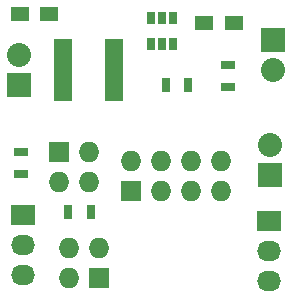
<source format=gbr>
G04 #@! TF.FileFunction,Soldermask,Top*
%FSLAX46Y46*%
G04 Gerber Fmt 4.6, Leading zero omitted, Abs format (unit mm)*
G04 Created by KiCad (PCBNEW (after 2015-may-25 BZR unknown)-product) date 6/17/2015 12:04:09 AM*
%MOMM*%
G01*
G04 APERTURE LIST*
%ADD10C,0.100000*%
%ADD11R,1.501140X5.300980*%
%ADD12R,1.500000X1.250000*%
%ADD13R,2.032000X2.032000*%
%ADD14O,2.032000X2.032000*%
%ADD15R,1.300000X0.700000*%
%ADD16R,0.700000X1.300000*%
%ADD17R,0.650000X1.060000*%
%ADD18R,1.727200X1.727200*%
%ADD19O,1.727200X1.727200*%
%ADD20R,2.032000X1.727200*%
%ADD21O,2.032000X1.727200*%
G04 APERTURE END LIST*
D10*
D11*
X28702000Y-23749000D03*
X33020000Y-23749000D03*
D12*
X27539000Y-19050000D03*
X25039000Y-19050000D03*
X40660000Y-19812000D03*
X43160000Y-19812000D03*
D13*
X24955500Y-25019000D03*
D14*
X24955500Y-22479000D03*
D13*
X46482000Y-21209000D03*
D14*
X46482000Y-23749000D03*
D15*
X42672000Y-25207000D03*
X42672000Y-23307000D03*
D16*
X39304000Y-25019000D03*
X37404000Y-25019000D03*
D17*
X36134000Y-21547000D03*
X37084000Y-21547000D03*
X38034000Y-21547000D03*
X38034000Y-19347000D03*
X36134000Y-19347000D03*
X37084000Y-19347000D03*
D18*
X34417000Y-34036000D03*
D19*
X34417000Y-31496000D03*
X36957000Y-34036000D03*
X36957000Y-31496000D03*
X39497000Y-34036000D03*
X39497000Y-31496000D03*
X42037000Y-34036000D03*
X42037000Y-31496000D03*
D18*
X31750000Y-41402000D03*
D19*
X29210000Y-41402000D03*
X31750000Y-38862000D03*
X29210000Y-38862000D03*
D13*
X46228000Y-32639000D03*
D14*
X46228000Y-30099000D03*
D20*
X25273000Y-36068000D03*
D21*
X25273000Y-38608000D03*
X25273000Y-41148000D03*
D20*
X46101000Y-36512500D03*
D21*
X46101000Y-39052500D03*
X46101000Y-41592500D03*
D18*
X28321000Y-30734000D03*
D19*
X30861000Y-30734000D03*
X28321000Y-33274000D03*
X30861000Y-33274000D03*
D15*
X25146000Y-32573000D03*
X25146000Y-30673000D03*
D16*
X29149000Y-35814000D03*
X31049000Y-35814000D03*
M02*

</source>
